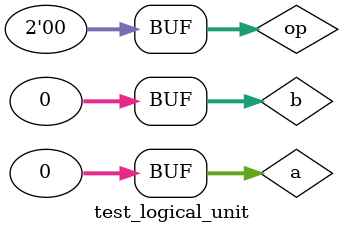
<source format=v>
`timescale 1ns / 1ps


module test_logical_unit;

	// Inputs
	reg [31:0] a;
	reg [31:0] b;
	reg [1:0] op;

	// Outputs
	wire [31:0] out;

	// Instantiate the Unit Under Test (UUT)
	logica_unit uut (
		.a(a), 
		.b(b), 
		.op(op), 
		.out(out)
	);

	initial begin
		// Initialize Inputs
		a = 0;
		b = 0;
		op = 0;

		// Wait 100 ns for global reset to finish
		#100;
        
		// Add stimulus here

	end
      
endmodule


</source>
